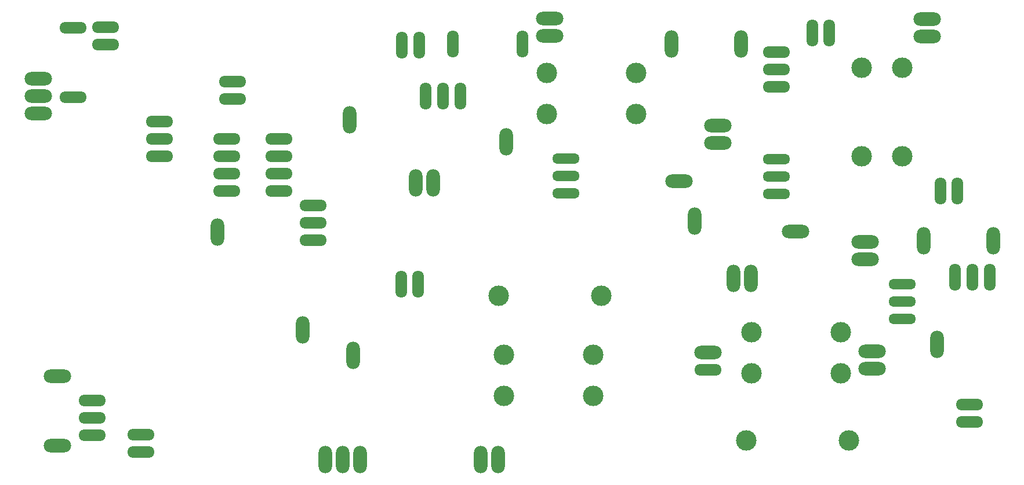
<source format=gbr>
%TF.GenerationSoftware,KiCad,Pcbnew,(6.0.7)*%
%TF.CreationDate,2023-01-27T14:31:18-05:00*%
%TF.ProjectId,Phoenix612_All_Stages_PA_Testing_v2,50686f65-6e69-4783-9631-325f416c6c5f,rev?*%
%TF.SameCoordinates,Original*%
%TF.FileFunction,Soldermask,Bot*%
%TF.FilePolarity,Negative*%
%FSLAX46Y46*%
G04 Gerber Fmt 4.6, Leading zero omitted, Abs format (unit mm)*
G04 Created by KiCad (PCBNEW (6.0.7)) date 2023-01-27 14:31:18*
%MOMM*%
%LPD*%
G01*
G04 APERTURE LIST*
%ADD10O,4.000000X1.700000*%
%ADD11O,1.700000X4.000000*%
%ADD12O,4.000000X1.500000*%
%ADD13C,3.000000*%
%ADD14O,2.000000X4.000000*%
%ADD15O,4.000000X2.000000*%
G04 APERTURE END LIST*
D10*
%TO.C,D5*%
X37204750Y-47757000D03*
X37204750Y-45217000D03*
%TD*%
%TO.C,C37*%
X55746750Y-55699151D03*
X55746750Y-53199151D03*
%TD*%
D11*
%TO.C,C7*%
X159110901Y-69215000D03*
X161610901Y-69215000D03*
%TD*%
D10*
%TO.C,C5*%
X163379250Y-102957000D03*
X163379250Y-100457000D03*
%TD*%
D12*
%TO.C,Q1*%
X153579250Y-87947500D03*
X153579250Y-85407500D03*
X153579250Y-82867500D03*
%TD*%
D13*
%TO.C,L1*%
X145733250Y-105664000D03*
X130733250Y-105664000D03*
%TD*%
D14*
%TO.C,J11*%
X82480250Y-68008500D03*
X85020250Y-68008500D03*
%TD*%
D11*
%TO.C,C27*%
X83011250Y-47863500D03*
X80511250Y-47863500D03*
%TD*%
%TO.C,C16*%
X80361250Y-82804000D03*
X82861250Y-82804000D03*
%TD*%
D15*
%TO.C,J14*%
X157156250Y-44069000D03*
X157156250Y-46609000D03*
%TD*%
%TO.C,J3*%
X149155250Y-95186500D03*
X149155250Y-92646500D03*
%TD*%
D11*
%TO.C,RV1*%
X166310250Y-81851500D03*
X163770250Y-81851500D03*
X161230250Y-81851500D03*
%TD*%
D14*
%TO.C,D4*%
X130001250Y-47673000D03*
X119841250Y-47673000D03*
%TD*%
D15*
%TO.C,J20*%
X120961250Y-67754500D03*
%TD*%
D11*
%TO.C,D3*%
X87964250Y-47736500D03*
X98124250Y-47736500D03*
%TD*%
D15*
%TO.C,J12*%
X126612750Y-62151000D03*
X126612750Y-59611000D03*
%TD*%
D10*
%TO.C,RV5*%
X45078750Y-64144651D03*
X45078750Y-61604651D03*
X45078750Y-59064651D03*
%TD*%
D15*
%TO.C,J19*%
X27362250Y-52768500D03*
X27362250Y-55308500D03*
X27362250Y-57848500D03*
%TD*%
%TO.C,J1*%
X148139250Y-76644500D03*
X148139250Y-79184500D03*
%TD*%
%TO.C,D2*%
X30219750Y-106426000D03*
X30219750Y-96266000D03*
%TD*%
D12*
%TO.C,Q3*%
X104422750Y-64497500D03*
X104422750Y-67037500D03*
X104422750Y-69577500D03*
%TD*%
D13*
%TO.C,T2*%
X108411250Y-93139000D03*
X95411250Y-93139000D03*
X108411250Y-99139000D03*
X95411250Y-99139000D03*
%TD*%
D10*
%TO.C,U1*%
X62551250Y-61614651D03*
X62551250Y-64154651D03*
X62551250Y-66694651D03*
X62551250Y-69234651D03*
X54931250Y-69234651D03*
X54931250Y-66694651D03*
X54931250Y-64154651D03*
X54931250Y-61614651D03*
%TD*%
D14*
%TO.C,Q2*%
X69272250Y-108514000D03*
X71812250Y-108514000D03*
X74352250Y-108514000D03*
%TD*%
D15*
%TO.C,J15*%
X137979250Y-75120500D03*
%TD*%
D10*
%TO.C,D6*%
X32442250Y-45339000D03*
X32442250Y-55499000D03*
%TD*%
%TO.C,RV4*%
X135144750Y-53969500D03*
X135144750Y-51429500D03*
X135144750Y-48889500D03*
%TD*%
D12*
%TO.C,Q4*%
X135208250Y-64564000D03*
X135208250Y-67104000D03*
X135208250Y-69644000D03*
%TD*%
D10*
%TO.C,C12*%
X125152250Y-95337000D03*
D15*
X125152250Y-92837000D03*
%TD*%
%TO.C,J10*%
X102038250Y-43937000D03*
X102038250Y-46477000D03*
%TD*%
D14*
%TO.C,J7*%
X73399750Y-93218000D03*
%TD*%
%TO.C,J18*%
X72828250Y-58801000D03*
%TD*%
D13*
%TO.C,T4*%
X147575250Y-51142500D03*
X147575250Y-64142500D03*
X153575250Y-51142500D03*
X153575250Y-64142500D03*
%TD*%
D14*
%TO.C,J4*%
X131438750Y-81978500D03*
X128898750Y-81978500D03*
%TD*%
%TO.C,J9*%
X95688250Y-62039500D03*
%TD*%
%TO.C,J6*%
X92010250Y-108521500D03*
X94550250Y-108521500D03*
%TD*%
D11*
%TO.C,C34*%
X140405599Y-46085500D03*
X142905599Y-46085500D03*
%TD*%
%TO.C,RV3*%
X89043750Y-55356500D03*
X86503750Y-55356500D03*
X83963750Y-55356500D03*
%TD*%
D10*
%TO.C,RV6*%
X67557750Y-71310500D03*
X67557750Y-73850500D03*
X67557750Y-76390500D03*
%TD*%
D13*
%TO.C,T1*%
X131542750Y-95837000D03*
X144542750Y-95837000D03*
X131542750Y-89837000D03*
X144542750Y-89837000D03*
%TD*%
D14*
%TO.C,J5*%
X66033750Y-89535000D03*
%TD*%
%TO.C,J17*%
X53587750Y-75193651D03*
%TD*%
D10*
%TO.C,RV2*%
X35299750Y-99812000D03*
X35299750Y-102352000D03*
X35299750Y-104892000D03*
%TD*%
D14*
%TO.C,J2*%
X158616750Y-91630500D03*
%TD*%
%TO.C,J13*%
X123206750Y-73581000D03*
%TD*%
D13*
%TO.C,L2*%
X109601750Y-84518500D03*
X94601750Y-84518500D03*
%TD*%
D10*
%TO.C,C17*%
X42411750Y-107378500D03*
X42411750Y-104878500D03*
%TD*%
D13*
%TO.C,T3*%
X101657250Y-57912000D03*
X114657250Y-57912000D03*
X101657250Y-51912000D03*
X114657250Y-51912000D03*
%TD*%
D14*
%TO.C,D1*%
X166808250Y-76517500D03*
X156648250Y-76517500D03*
%TD*%
M02*

</source>
